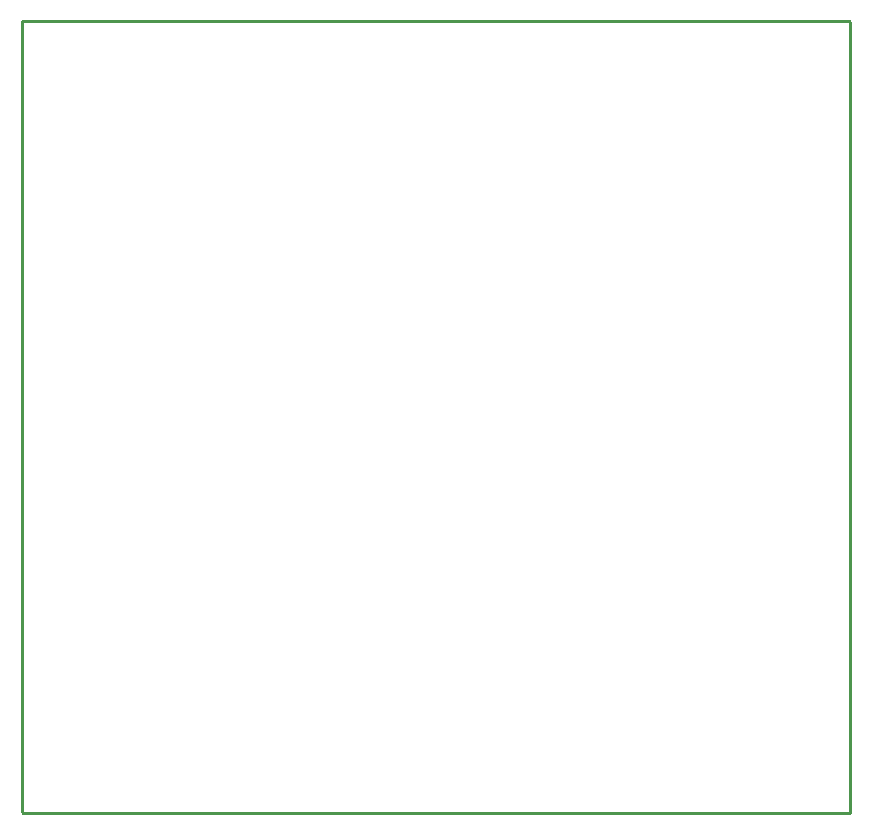
<source format=gko>
G04*
G04 #@! TF.GenerationSoftware,Altium Limited,Altium Designer,19.1.8 (144)*
G04*
G04 Layer_Color=16711935*
%FSLAX44Y44*%
%MOMM*%
G71*
G01*
G75*
%ADD13C,0.2540*%
D13*
X-593Y593D02*
X0Y0D01*
X-593Y593D02*
Y670000D01*
X699407D01*
X700000Y669407D01*
Y0D02*
Y669407D01*
X0Y0D02*
X700000D01*
M02*

</source>
